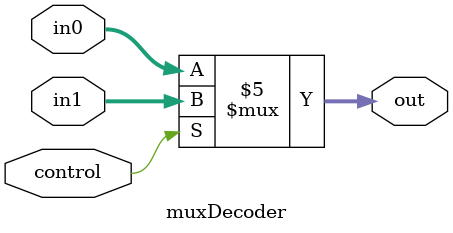
<source format=v>
module instructionDecoder(clock, instruction, controlRegWrite, controlReg2Loc, signExtendOut, readData1, readData2, writeData); 
	input clock;
	input [31:0] instruction; 
	input [63:0] writeData; 
	input controlRegWrite, controlReg2Loc; 
	output [63:0] signExtendOut; 
	output[63:0] readData1; 
	output[63:0] readData2;
	wire [4:0] readRegister2; 

	registers registers(.clock(clock),.inputRead1(instruction[9:5]), .inputRead2(readRegister2), .inputWriteReg(instruction[4:0]), .inputWriteData(writeData), .outputData1(readData1), .outputData2(readData2),.controlRegWrite(controlRegWrite));
	signExtend signExtend(.in(instruction), .out(signExtendOut)); 
	muxDecoder muxReg2Loc(.in0(instruction[20:16]), .in1(instruction[4:0]), .control(controlReg2Loc), .out(readRegister2)); 
endmodule

//REGISTERS 
module registers(clock, inputRead1, inputRead2, inputWriteReg, inputWriteData, outputData1, outputData2, controlRegWrite); 
	input clock; 
	input[4:0] inputRead1; 
	input[4:0] inputRead2; 
	input[4:0] inputWriteReg; 
	input [63:0] inputWriteData; 
	input controlRegWrite; 
	output[63:0] outputData1;
	output[63:0] outputData2; 
	reg[63:0] memory [63:0]; 

	assign outputData1 = memory[inputRead1];
	assign outputData2 = memory[inputRead2];
	
	//innitialisatie van register file 
	integer i;
	initial begin
		for(i=0; i < 64; i = i + 1) begin	
			memory[i] = 0; 
		end 
	end 
	
	//bij rising edge: data wegschrijven 
	always @(posedge clock) begin
		if (controlRegWrite) begin	
			memory[inputWriteReg] = inputWriteData; 
		end 
	end
	
endmodule


//SIGNEXTEND 
module signExtend(in, out); 
	input [31:0] in; 
	output reg[63:0] out; 
	
	always @(in) begin
		//afhankelijk van welk type instructie: CBZ, CBNZ, B, D (LDUR/STUR)
		
		//B opcode van 31:26 => address van 25:0 
		if(in[31:26] == 6'b000101) begin
			//tekenbit wordt opgeschoven naar links 
			out[25:0] = in[25:0] ; 
			out[63:26] = {38{out[25]}};  

		//19-bit offset 
		//CBNZ 
		end else if (in[31:24] == 8'b10110101) begin
			out[18:0] = in[23:5]; 
			out[63:19] = {45{in[23]}};  
		end else if (in[31:24] == 8'b10110100) begin 	//CBZ 
			out[18:0] = in[23:5]; 
			out[63:19] = {45{in[23]}}; 
		end else begin
		//laatste optie: 9-bit offset  
			out[8:0] = in[20:12]; 
			out[63:9] = {55{in[20]}}; 
		end
	end
	
endmodule

//MUX REG2LOC 
module muxDecoder(in0,in1,control,out);

	input[4:0] in0; 
	input[4:0] in1;
	input control; 
	output reg[4:0] out; 
	
	always@(in0,in1,control, out) begin
		if(control == 0) begin
			out = in0; 
		end 
		else begin	
			out = in1; 
		end 
	end 
endmodule 

</source>
